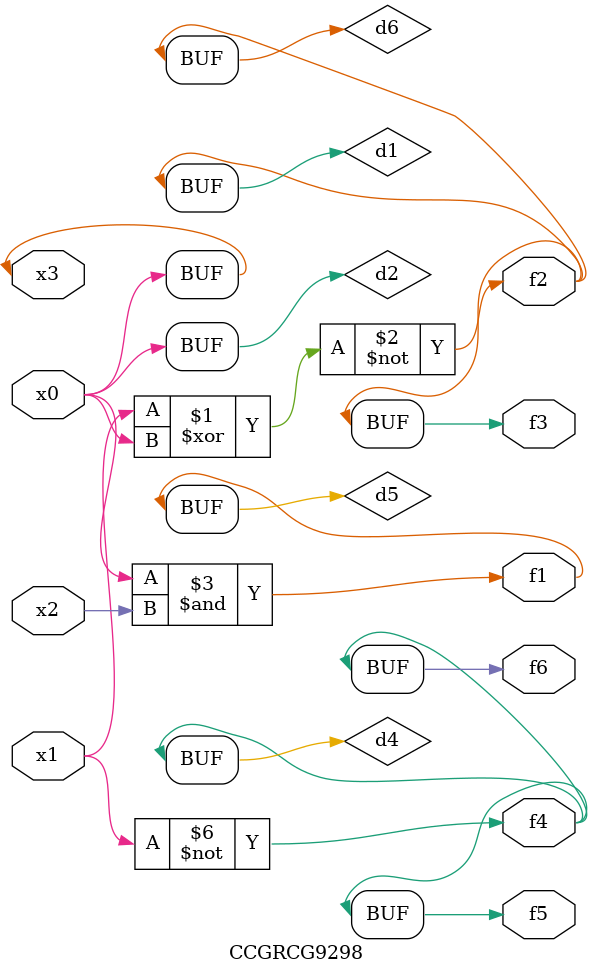
<source format=v>
module CCGRCG9298(
	input x0, x1, x2, x3,
	output f1, f2, f3, f4, f5, f6
);

	wire d1, d2, d3, d4, d5, d6;

	xnor (d1, x1, x3);
	buf (d2, x0, x3);
	nand (d3, x0, x2);
	not (d4, x1);
	nand (d5, d3);
	or (d6, d1);
	assign f1 = d5;
	assign f2 = d6;
	assign f3 = d6;
	assign f4 = d4;
	assign f5 = d4;
	assign f6 = d4;
endmodule

</source>
